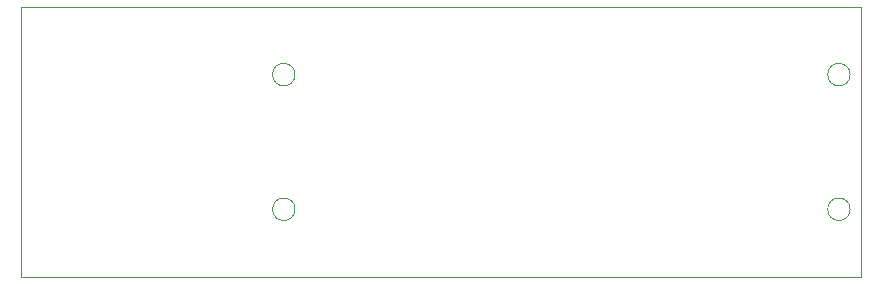
<source format=gbr>
G04 #@! TF.GenerationSoftware,KiCad,Pcbnew,(5.1.4)-1*
G04 #@! TF.CreationDate,2022-10-10T15:45:04+02:00*
G04 #@! TF.ProjectId,PiPico_BCU_Connector,50695069-636f-45f4-9243-555f436f6e6e,V00.03*
G04 #@! TF.SameCoordinates,Original*
G04 #@! TF.FileFunction,Profile,NP*
%FSLAX46Y46*%
G04 Gerber Fmt 4.6, Leading zero omitted, Abs format (unit mm)*
G04 Created by KiCad (PCBNEW (5.1.4)-1) date 2022-10-10 15:45:04*
%MOMM*%
%LPD*%
G04 APERTURE LIST*
%ADD10C,0.050000*%
G04 APERTURE END LIST*
D10*
X162870000Y-75580000D02*
G75*
G03X162870000Y-75580000I-950000J0D01*
G01*
X162870000Y-86980000D02*
G75*
G03X162870000Y-86980000I-950000J0D01*
G01*
X209870000Y-75580000D02*
G75*
G03X209870000Y-75580000I-950000J0D01*
G01*
X209870000Y-86980000D02*
G75*
G03X209870000Y-86980000I-950000J0D01*
G01*
X210820000Y-92710000D02*
X210820000Y-69850000D01*
X139700000Y-92710000D02*
X210820000Y-92710000D01*
X139700000Y-69850000D02*
X139700000Y-92710000D01*
X210820000Y-69850000D02*
X139700000Y-69850000D01*
M02*

</source>
